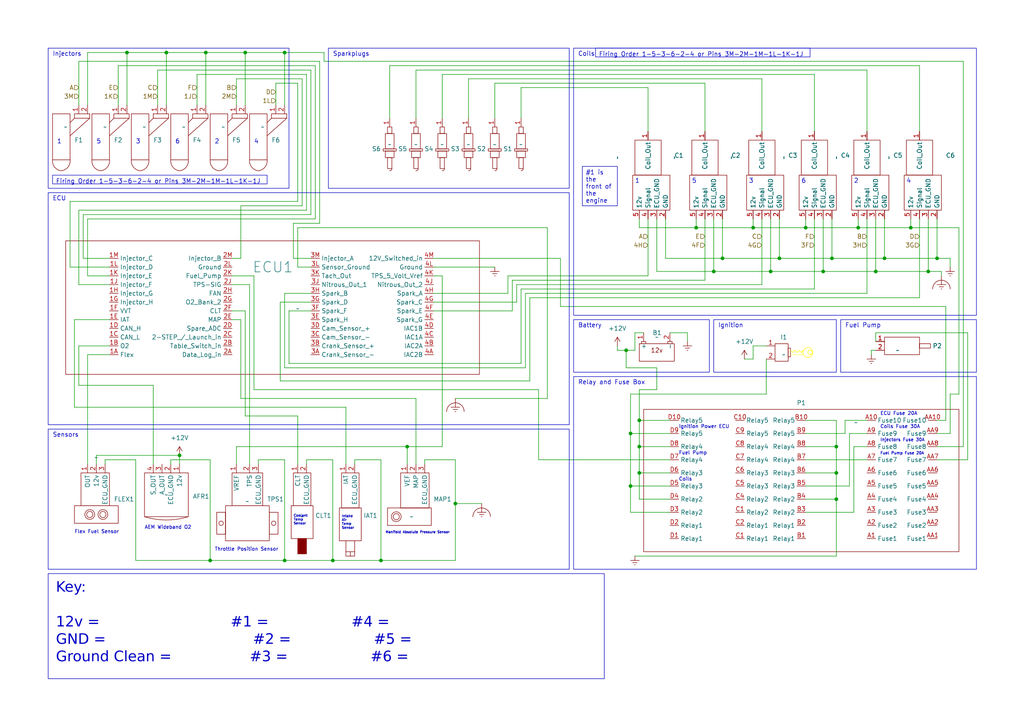
<source format=kicad_sch>
(kicad_sch (version 20230121) (generator eeschema)
  (paper "A4")
  (title_block (title "E28 MegaSquirt Wiring Diagram") (date "2024-09-28") (rev "v1"))
  (lib_symbols
    (symbol "Fuel_Injectors_1"
      (property "Reference" "FI" (at 0 7.62 0))
      (symbol "Fuel_Injectors_1_0_1"
        (arc (start -3.81 -9.525) (mid -3.1976 -11.6386) (end -1.27 -12.7))
        (rectangle (start -3.81 3.81) (end 1.27 -9.525))
        (arc (start -1.27 -12.7) (mid 0.6576 -11.6386) (end 1.27 -9.525))
        (polyline (pts (xy 6.985 2.54) (xy 1.27 -2.54)))
        (polyline (pts (xy 2.54 2.54) (xy 1.27 1.27) (xy 1.905 1.905)))
        (rectangle (start 2.54 3.81) (end 6.985 2.54))
      )
      (symbol "Fuel_Injectors_1_1_1"
        (pin output line (at 3.81 6.35 270) (length 2.54) (name "") (number "1"))
        (pin input line (at 6.35 6.35 270) (length 2.54) (name "") (number "2"))
      )
    )
    (symbol "Fuel_Injectors_2"
      (property "Reference" "FI" (at 0 7.62 0))
      (symbol "Fuel_Injectors_2_0_1"
        (arc (start -3.81 -9.525) (mid -3.1976 -11.6386) (end -1.27 -12.7))
        (rectangle (start -3.81 3.81) (end 1.27 -9.525))
        (arc (start -1.27 -12.7) (mid 0.6576 -11.6386) (end 1.27 -9.525))
        (polyline (pts (xy 6.985 2.54) (xy 1.27 -2.54)))
        (polyline (pts (xy 2.54 2.54) (xy 1.27 1.27) (xy 1.905 1.905)))
        (rectangle (start 2.54 3.81) (end 6.985 2.54))
      )
      (symbol "Fuel_Injectors_2_1_1"
        (pin output line (at 3.81 6.35 270) (length 2.54) (name "") (number "1"))
        (pin input line (at 6.35 6.35 270) (length 2.54) (name "") (number "2"))
      )
    )
    (symbol "Fuel_Injectors_3"
      (property "Reference" "FI" (at 0 7.62 0))
      (symbol "Fuel_Injectors_3_0_1"
        (arc (start -3.81 -9.525) (mid -3.1976 -11.6386) (end -1.27 -12.7))
        (rectangle (start -3.81 3.81) (end 1.27 -9.525))
        (arc (start -1.27 -12.7) (mid 0.6576 -11.6386) (end 1.27 -9.525))
        (polyline (pts (xy 6.985 2.54) (xy 1.27 -2.54)))
        (polyline (pts (xy 2.54 2.54) (xy 1.27 1.27) (xy 1.905 1.905)))
        (rectangle (start 2.54 3.81) (end 6.985 2.54))
      )
      (symbol "Fuel_Injectors_3_1_1"
        (pin output line (at 3.81 6.35 270) (length 2.54) (name "") (number "1"))
        (pin input line (at 6.35 6.35 270) (length 2.54) (name "") (number "2"))
      )
    )
    (symbol "Fuel_Injectors_4"
      (property "Reference" "FI" (at 0 7.62 0))
      (symbol "Fuel_Injectors_4_0_1"
        (arc (start -3.81 -9.525) (mid -3.1976 -11.6386) (end -1.27 -12.7))
        (rectangle (start -3.81 3.81) (end 1.27 -9.525))
        (arc (start -1.27 -12.7) (mid 0.6576 -11.6386) (end 1.27 -9.525))
        (polyline (pts (xy 6.985 2.54) (xy 1.27 -2.54)))
        (polyline (pts (xy 2.54 2.54) (xy 1.27 1.27) (xy 1.905 1.905)))
        (rectangle (start 2.54 3.81) (end 6.985 2.54))
      )
      (symbol "Fuel_Injectors_4_1_1"
        (pin output line (at 3.81 6.35 270) (length 2.54) (name "") (number "1"))
        (pin input line (at 6.35 6.35 270) (length 2.54) (name "") (number "2"))
      )
    )
    (symbol "Fuel_Injectors_5"
      (property "Reference" "FI" (at 0 7.62 0))
      (symbol "Fuel_Injectors_5_0_1"
        (arc (start -3.81 -9.525) (mid -3.1976 -11.6386) (end -1.27 -12.7))
        (rectangle (start -3.81 3.81) (end 1.27 -9.525))
        (arc (start -1.27 -12.7) (mid 0.6576 -11.6386) (end 1.27 -9.525))
        (polyline (pts (xy 6.985 2.54) (xy 1.27 -2.54)))
        (polyline (pts (xy 2.54 2.54) (xy 1.27 1.27) (xy 1.905 1.905)))
        (rectangle (start 2.54 3.81) (end 6.985 2.54))
      )
      (symbol "Fuel_Injectors_5_1_1"
        (pin output line (at 3.81 6.35 270) (length 2.54) (name "") (number "1"))
        (pin input line (at 6.35 6.35 270) (length 2.54) (name "") (number "2"))
      )
    )
    (symbol "LS_Coil_1"
      (property "Reference" "C" (at -4.445 -2.54 0))
      (symbol "LS_Coil_1_0_1"
        (rectangle (start -15.24 -4.445) (end -5.08 -15.24))
        (rectangle (start -5.08 -5.08) (end 5.08 -12.7))
      )
      (symbol "LS_Coil_1_1_1"
        (pin power_out line (at 7.62 -8.89 180) (length 2.54) (name "Coil_Out") (number "1"))
        (pin power_in line (at -17.78 -13.97 0) (length 2.54) (name "GND") (number "2"))
        (pin input line (at -17.78 -11.43 0) (length 2.54) (name "ECU_GND") (number "3"))
        (pin input line (at -17.78 -8.89 0) (length 2.54) (name "Signal") (number "4"))
        (pin power_in line (at -17.78 -6.35 0) (length 2.54) (name "12v") (number "5"))
      )
    )
    (symbol "LS_Coil_2"
      (property "Reference" "C" (at -4.445 -2.54 0))
      (symbol "LS_Coil_2_0_1"
        (rectangle (start -15.24 -4.445) (end -5.08 -15.24))
        (rectangle (start -5.08 -5.08) (end 5.08 -12.7))
      )
      (symbol "LS_Coil_2_1_1"
        (pin power_out line (at 7.62 -8.89 180) (length 2.54) (name "Coil_Out") (number "1"))
        (pin power_in line (at -17.78 -13.97 0) (length 2.54) (name "GND") (number "2"))
        (pin input line (at -17.78 -11.43 0) (length 2.54) (name "ECU_GND") (number "3"))
        (pin input line (at -17.78 -8.89 0) (length 2.54) (name "Signal") (number "4"))
        (pin power_in line (at -17.78 -6.35 0) (length 2.54) (name "12v") (number "5"))
      )
    )
    (symbol "LS_Coil_3"
      (property "Reference" "C" (at -4.445 -2.54 0))
      (symbol "LS_Coil_3_0_1"
        (rectangle (start -15.24 -4.445) (end -5.08 -15.24))
        (rectangle (start -5.08 -5.08) (end 5.08 -12.7))
      )
      (symbol "LS_Coil_3_1_1"
        (pin power_out line (at 7.62 -8.89 180) (length 2.54) (name "Coil_Out") (number "1"))
        (pin power_in line (at -17.78 -13.97 0) (length 2.54) (name "GND") (number "2"))
        (pin input line (at -17.78 -11.43 0) (length 2.54) (name "ECU_GND") (number "3"))
        (pin input line (at -17.78 -8.89 0) (length 2.54) (name "Signal") (number "4"))
        (pin power_in line (at -17.78 -6.35 0) (length 2.54) (name "12v") (number "5"))
      )
    )
    (symbol "LS_Coil_4"
      (property "Reference" "C" (at -4.445 -2.54 0))
      (symbol "LS_Coil_4_0_1"
        (rectangle (start -15.24 -4.445) (end -5.08 -15.24))
        (rectangle (start -5.08 -5.08) (end 5.08 -12.7))
      )
      (symbol "LS_Coil_4_1_1"
        (pin power_out line (at 7.62 -8.89 180) (length 2.54) (name "Coil_Out") (number "1"))
        (pin power_in line (at -17.78 -13.97 0) (length 2.54) (name "GND") (number "2"))
        (pin input line (at -17.78 -11.43 0) (length 2.54) (name "ECU_GND") (number "3"))
        (pin input line (at -17.78 -8.89 0) (length 2.54) (name "Signal") (number "4"))
        (pin power_in line (at -17.78 -6.35 0) (length 2.54) (name "12v") (number "5"))
      )
    )
    (symbol "LS_Coil_5"
      (property "Reference" "C" (at -4.445 -2.54 0))
      (symbol "LS_Coil_5_0_1"
        (rectangle (start -15.24 -4.445) (end -5.08 -15.24))
        (rectangle (start -5.08 -5.08) (end 5.08 -12.7))
      )
      (symbol "LS_Coil_5_1_1"
        (pin power_out line (at 7.62 -8.89 180) (length 2.54) (name "Coil_Out") (number "1"))
        (pin power_in line (at -17.78 -13.97 0) (length 2.54) (name "GND") (number "2"))
        (pin input line (at -17.78 -11.43 0) (length 2.54) (name "ECU_GND") (number "3"))
        (pin input line (at -17.78 -8.89 0) (length 2.54) (name "Signal") (number "4"))
        (pin power_in line (at -17.78 -6.35 0) (length 2.54) (name "12v") (number "5"))
      )
    )
    (symbol "e28-Symbols:CLT_Sensor"
      (property "Reference" "CLT" (at 5.08 0.635 0))
      (symbol "CLT_Sensor_0_1"
        (rectangle (start -3.175 3.175) (end 3.175 -6.35))
        (rectangle (start -2.54 12.7) (end 2.54 3.175))
      )
      (symbol "CLT_Sensor_1_1"
        (rectangle (start -1.27 -6.35) (end 1.27 -10.795) (fill (type outline)))
        (pin input line (at -1.27 15.24 270) (length 2.54) (name "CLT") (number "1"))
        (pin output line (at 1.27 15.24 270) (length 2.54) (name "ECU_GND") (number "2"))
      )
    )
    (symbol "e28-Symbols:Car_Battery"
      (property "Reference" "B" (at 0 -0.635 0))
      (symbol "Car_Battery_0_1"
        (rectangle (start -5.08 -1.905) (end 5.08 -6.985))
        (rectangle (start -4.445 -1.27) (end -3.175 -1.905))
        (rectangle (start 3.175 -1.27) (end 4.445 -1.905))
      )
      (symbol "Car_Battery_1_1"
        (text "12v" (at 0 -3.81 0) (effects (font (size 1.27 1.27))))
        (pin power_out line (at -3.81 1.27 270) (length 2.54) (name "+") (number "1"))
        (pin power_out line (at 3.81 1.27 270) (length 2.54) (name "-") (number "2"))
      )
    )
    (symbol "e28-Symbols:Eaton's_Bussmann_Mini_Fuse_and_Relay_Panel"
      (property "Reference" "P" (at 0 20.32 0))
      (symbol "Eaton's_Bussmann_Mini_Fuse_and_Relay_Panel_0_1"
        (rectangle (start -44.45 19.05) (end 46.99 -22.225))
      )
      (symbol "Eaton's_Bussmann_Mini_Fuse_and_Relay_Panel_1_1"
        (pin output line (at -17.78 15.24 180) (length 2.54) (name "Fuse1") (number "A1"))
        (pin output line (at -17.78 -19.05 180) (length 2.54) (name "Fuse10") (number "A10"))
        (pin output line (at -17.78 11.43 180) (length 2.54) (name "Fuse2") (number "A2"))
        (pin output line (at -17.78 7.62 180) (length 2.54) (name "Fuse3") (number "A3"))
        (pin output line (at -17.78 3.81 180) (length 2.54) (name "Fuse4") (number "A4"))
        (pin output line (at -17.78 0 180) (length 2.54) (name "Fuse5") (number "A5"))
        (pin output line (at -17.78 -3.81 180) (length 2.54) (name "Fuse6") (number "A6"))
        (pin output line (at -17.78 -7.62 180) (length 2.54) (name "Fuse7") (number "A7"))
        (pin output line (at -17.78 -11.43 180) (length 2.54) (name "Fuse8") (number "A8"))
        (pin output line (at -17.78 -15.24 180) (length 2.54) (name "Fuse9") (number "A9"))
        (pin input line (at -38.1 15.24 0) (length 2.54) (name "Fuse1") (number "AA1"))
        (pin input line (at -38.1 -19.05 0) (length 2.54) (name "Fuse10") (number "AA10"))
        (pin input line (at -38.1 11.43 0) (length 2.54) (name "Fuse2") (number "AA2"))
        (pin input line (at -38.1 7.62 0) (length 2.54) (name "Fuse3") (number "AA3"))
        (pin input line (at -38.1 3.81 0) (length 2.54) (name "Fuse4") (number "AA4"))
        (pin input line (at -38.1 0 0) (length 2.54) (name "Fuse5") (number "AA5"))
        (pin input line (at -38.1 -3.81 0) (length 2.54) (name "Fuse6") (number "AA6"))
        (pin input line (at -38.1 -7.62 0) (length 2.54) (name "Fuse7") (number "AA7"))
        (pin input line (at -38.1 -11.43 0) (length 2.54) (name "Fuse8") (number "AA8"))
        (pin input line (at -38.1 -15.24 0) (length 2.54) (name "Fuse9") (number "AA9"))
        (pin input line (at 0 15.24 0) (length 2.54) (name "Relay1") (number "B1"))
        (pin input line (at 0 -19.05 0) (length 2.54) (name "Relay5") (number "B10"))
        (pin input line (at 0 11.43 0) (length 2.54) (name "Relay1") (number "B2"))
        (pin input line (at 0 7.62 0) (length 2.54) (name "Relay2") (number "B3"))
        (pin input line (at 0 3.81 0) (length 2.54) (name "Relay2") (number "B4"))
        (pin input line (at 0 0 0) (length 2.54) (name "Relay3") (number "B5"))
        (pin input line (at 0 -3.81 0) (length 2.54) (name "Relay3") (number "B6"))
        (pin input line (at 0 -7.62 0) (length 2.54) (name "Relay4") (number "B7"))
        (pin input line (at 0 -11.43 0) (length 2.54) (name "Relay4") (number "B8"))
        (pin input line (at 0 -15.24 0) (length 2.54) (name "Relay5") (number "B9"))
        (pin output line (at 20.32 15.24 180) (length 2.54) (name "Relay1") (number "C1"))
        (pin output line (at 20.32 7.62 180) (length 2.54) (name "Relay2") (number "C1"))
        (pin output line (at 20.32 -19.05 180) (length 2.54) (name "Relay5") (number "C10"))
        (pin output line (at 20.32 11.43 180) (length 2.54) (name "Relay1") (number "C2"))
        (pin output line (at 20.32 3.81 180) (length 2.54) (name "Relay2") (number "C4"))
        (pin output line (at 20.32 0 180) (length 2.54) (name "Relay3") (number "C5"))
        (pin output line (at 20.32 -3.81 180) (length 2.54) (name "Relay3") (number "C6"))
        (pin output line (at 20.32 -7.62 180) (length 2.54) (name "Relay4") (number "C7"))
        (pin output line (at 20.32 -11.43 180) (length 2.54) (name "Relay4") (number "C8"))
        (pin output line (at 20.32 -15.24 180) (length 2.54) (name "Relay5") (number "C9"))
        (pin output line (at 39.37 15.24 180) (length 2.54) (name "Relay1") (number "D1"))
        (pin output line (at 39.37 -19.05 180) (length 2.54) (name "Relay5") (number "D10"))
        (pin output line (at 39.37 11.43 180) (length 2.54) (name "Relay1") (number "D2"))
        (pin output line (at 39.37 7.62 180) (length 2.54) (name "Relay2") (number "D3"))
        (pin output line (at 39.37 3.81 180) (length 2.54) (name "Relay2") (number "D4"))
        (pin output line (at 39.37 0 180) (length 2.54) (name "Relay3") (number "D5"))
        (pin output line (at 39.37 -3.81 180) (length 2.54) (name "Relay3") (number "D6"))
        (pin output line (at 39.37 -7.62 180) (length 2.54) (name "Relay4") (number "D7"))
        (pin output line (at 39.37 -11.43 180) (length 2.54) (name "Relay4") (number "D8"))
        (pin output line (at 39.37 -15.24 180) (length 2.54) (name "Relay5") (number "D9"))
      )
    )
    (symbol "e28-Symbols:Flex_Fuel_Sensor"
      (property "Reference" "FLEX" (at -9.525 -16.51 0))
      (symbol "Flex_Fuel_Sensor_0_1"
        (rectangle (start -6.35 -13.97) (end 6.35 -19.05))
        (rectangle (start -4.445 -4.445) (end 3.81 -13.97))
        (circle (center -1.905 -16.51) (radius 0.898))
        (circle (center -1.905 -16.51) (radius 1.4199))
        (circle (center 1.905 -16.51) (radius 0.898))
        (circle (center 1.905 -16.51) (radius 1.4199))
      )
      (symbol "Flex_Fuel_Sensor_1_1"
        (pin output line (at -2.54 -1.905 270) (length 2.54) (name "OUT") (number "1"))
        (pin input line (at 0 -1.905 270) (length 2.54) (name "12v") (number "2"))
        (pin input line (at 2.54 -1.905 270) (length 2.54) (name "ECU_GND") (number "3"))
      )
    )
    (symbol "e28-Symbols:Fuel_Injectors"
      (property "Reference" "FI" (at 0 7.62 0))
      (symbol "Fuel_Injectors_0_1"
        (arc (start -3.81 -9.525) (mid -3.1976 -11.6386) (end -1.27 -12.7))
        (rectangle (start -3.81 3.81) (end 1.27 -9.525))
        (arc (start -1.27 -12.7) (mid 0.6576 -11.6386) (end 1.27 -9.525))
        (polyline (pts (xy 6.985 2.54) (xy 1.27 -2.54)))
        (polyline (pts (xy 2.54 2.54) (xy 1.27 1.27) (xy 1.905 1.905)))
        (rectangle (start 2.54 3.81) (end 6.985 2.54))
      )
      (symbol "Fuel_Injectors_1_1"
        (pin output line (at 3.81 6.35 270) (length 2.54) (name "") (number "1"))
        (pin input line (at 6.35 6.35 270) (length 2.54) (name "") (number "2"))
      )
    )
    (symbol "e28-Symbols:Fuel_Pump"
      (property "Reference" "P" (at 0 2.54 0))
      (symbol "Fuel_Pump_0_1"
        (rectangle (start -9.525 -0.635) (end -6.35 -1.905))
        (rectangle (start -6.35 1.27) (end 3.81 -3.81))
      )
      (symbol "Fuel_Pump_1_1"
        (pin input line (at 6.35 -2.54 180) (length 2.54) (name "") (number "1"))
        (pin output line (at 6.35 0 180) (length 2.54) (name "") (number "2"))
      )
    )
    (symbol "e28-Symbols:IAT_Sensor"
      (property "Reference" "IAT" (at 5.08 -9.525 0))
      (symbol "IAT_Sensor_0_1"
        (rectangle (start -3.175 -5.08) (end 3.175 -14.605))
        (rectangle (start -2.54 5.08) (end 2.54 -5.08))
        (rectangle (start -1.27 -14.605) (end 1.27 -19.05))
        (polyline (pts (xy 0 -19.05) (xy 0 -17.78)))
        (polyline (pts (xy -1.27 -17.78) (xy 1.27 -17.78) (xy 1.27 -17.78)))
      )
      (symbol "IAT_Sensor_1_1"
        (pin input line (at -1.27 7.62 270) (length 2.54) (name "IAT") (number "1"))
        (pin output line (at 1.27 7.62 270) (length 2.54) (name "ECU_GND") (number "2"))
      )
    )
    (symbol "e28-Symbols:Ignition"
      (property "Reference" "I" (at 0 3.175 0))
      (symbol "Ignition_0_1"
        (rectangle (start -3.175 -0.635) (end -3.175 -0.635))
        (rectangle (start -1.905 0.635) (end -1.27 -1.905))
        (rectangle (start -1.27 1.905) (end 2.54 -3.175))
      )
      (symbol "Ignition_1_1"
        (circle (center -7.62 -0.635) (radius 0.635) (stroke (width 0) (color 255 255 0 1)))
        (circle (center -6.985 -0.635) (radius 1.4199) (stroke (width 0) (color 255 244 0 1)))
        (rectangle (start -5.715 0) (end -1.905 0) (stroke (width 0.1) (color 255 255 0 1)))
        (polyline (pts (xy -1.905 -1.27) (xy -2.54 -0.635) (xy -3.175 -1.27) (xy -3.81 -0.635) (xy -4.445 -1.27) (xy -5.08 -0.635) (xy -5.715 -1.27)) (stroke (width 0) (color 255 255 0 1)))
        (pin input line (at 5.08 -2.54 180) (length 2.54) (name "") (number "1"))
        (pin output line (at 5.08 1.27 180) (length 2.54) (name "") (number "2"))
      )
    )
    (symbol "e28-Symbols:LS_Coil"
      (property "Reference" "C" (at -4.445 -2.54 0))
      (symbol "LS_Coil_0_1"
        (rectangle (start -15.24 -4.445) (end -5.08 -15.24))
        (rectangle (start -5.08 -5.08) (end 5.08 -12.7))
      )
      (symbol "LS_Coil_1_1"
        (pin power_out line (at 7.62 -8.89 180) (length 2.54) (name "Coil_Out") (number "1"))
        (pin power_in line (at -17.78 -13.97 0) (length 2.54) (name "GND") (number "2"))
        (pin input line (at -17.78 -11.43 0) (length 2.54) (name "ECU_GND") (number "3"))
        (pin input line (at -17.78 -8.89 0) (length 2.54) (name "Signal") (number "4"))
        (pin power_in line (at -17.78 -6.35 0) (length 2.54) (name "12v") (number "5"))
      )
    )
    (symbol "e28-Symbols:MAP_Sensor"
      (property "Reference" "MAP" (at -9.525 0 0))
      (symbol "MAP_Sensor_0_1"
        (rectangle (start -6.985 2.54) (end 5.715 -2.54))
        (circle (center -4.445 0) (radius 0.898))
        (circle (center -4.445 0) (radius 1.4199))
        (rectangle (start -3.175 12.7) (end 5.08 2.54))
      )
      (symbol "MAP_Sensor_1_1"
        (pin input line (at -1.27 15.24 270) (length 2.54) (name "VEF") (number "1"))
        (pin output line (at 1.27 15.24 270) (length 2.54) (name "MAP") (number "2"))
        (pin input line (at 3.81 15.24 270) (length 2.54) (name "ECU_GND") (number "3"))
      )
    )
    (symbol "e28-Symbols:MegaSquirt_ECU"
      (property "Reference" "ECU" (at 0 -24.13 0))
      (property "Value" "MegaSquirt_ECU" (at 0 21.59 0))
      (symbol "MegaSquirt_ECU_0_1"
        (rectangle (start -60.325 19.05) (end 59.69 -19.685))
      )
      (symbol "MegaSquirt_ECU_1_1"
        (pin input line (at -47.625 -13.97 0) (length 2.54) (name "Flex") (number "1A"))
        (pin input line (at -47.625 -11.43 0) (length 2.54) (name "O2") (number "1B"))
        (pin bidirectional line (at -47.625 -8.89 0) (length 2.54) (name "CAN_L") (number "1C"))
        (pin bidirectional line (at -47.625 -6.35 0) (length 2.54) (name "CAN_H") (number "1D"))
        (pin input line (at -47.625 -3.81 0) (length 2.54) (name "IAT") (number "1E"))
        (pin output line (at -47.625 -1.27 0) (length 2.54) (name "VVT") (number "1F"))
        (pin output line (at -47.625 1.27 0) (length 2.54) (name "Injector_H") (number "1G"))
        (pin output line (at -47.625 3.81 0) (length 2.54) (name "Injector_G") (number "1H"))
        (pin output line (at -47.625 6.35 0) (length 2.54) (name "Injector_F") (number "1J"))
        (pin output line (at -47.625 8.89 0) (length 2.54) (name "Injector_E") (number "1K"))
        (pin output line (at -47.625 11.43 0) (length 2.54) (name "Injector_D") (number "1L"))
        (pin output line (at -47.625 13.97 0) (length 2.54) (name "Injector_C") (number "1M"))
        (pin input line (at -12.065 -13.97 180) (length 2.54) (name "Data_Log_in") (number "2A"))
        (pin input line (at -12.065 -11.43 180) (length 2.54) (name "Table_Switch_in") (number "2B"))
        (pin input line (at -12.065 -8.89 180) (length 2.54) (name "2-STEP_/_Launch_in") (number "2C"))
        (pin input line (at -12.065 -6.35 180) (length 2.54) (name "Spare_ADC") (number "2D"))
        (pin input line (at -12.065 -3.81 180) (length 2.54) (name "MAP") (number "2E"))
        (pin input line (at -12.065 -1.27 180) (length 2.54) (name "CLT") (number "2F"))
        (pin input line (at -12.065 1.27 180) (length 2.54) (name "O2_Bank_2") (number "2G"))
        (pin output line (at -12.065 3.81 180) (length 2.54) (name "FAN") (number "2H"))
        (pin input line (at -12.065 6.35 180) (length 2.54) (name "TPS-SIG") (number "2J"))
        (pin output line (at -12.065 8.89 180) (length 2.54) (name "Fuel_Pump") (number "2K"))
        (pin power_in line (at -12.065 11.43 180) (length 2.54) (name "Ground") (number "2L"))
        (pin output line (at -12.065 13.97 180) (length 2.54) (name "Injector_B") (number "2M"))
        (pin input line (at 10.795 -13.97 0) (length 2.54) (name "Crank_Sensor_-") (number "3A"))
        (pin input line (at 10.795 -11.43 0) (length 2.54) (name "Crank_Sensor_+") (number "3B"))
        (pin input line (at 10.795 -8.89 0) (length 2.54) (name "Cam_Sensor_-") (number "3C"))
        (pin input line (at 10.795 -6.35 0) (length 2.54) (name "Cam_Sensor_+") (number "3D"))
        (pin output line (at 10.795 -3.81 0) (length 2.54) (name "Spark_H") (number "3E"))
        (pin output line (at 10.795 -1.27 0) (length 2.54) (name "Spark_F") (number "3F"))
        (pin output line (at 10.795 1.27 0) (length 2.54) (name "Spark_D") (number "3G"))
        (pin output line (at 10.795 3.81 0) (length 2.54) (name "Spark_B") (number "3H"))
        (pin output line (at 10.795 6.35 0) (length 2.54) (name "Nitrous_Out_1") (number "3J"))
        (pin output line (at 10.795 8.89 0) (length 2.54) (name "Tach_Out") (number "3K"))
        (pin power_in line (at 10.795 11.43 0) (length 2.54) (name "Sensor_Ground") (number "3L"))
        (pin output line (at 10.795 13.97 0) (length 2.54) (name "Injector_A") (number "3M"))
        (pin output line (at 46.355 -13.97 180) (length 2.54) (name "IAC2B") (number "4A"))
        (pin output line (at 46.355 -11.43 180) (length 2.54) (name "IAC2A") (number "4B"))
        (pin output line (at 46.355 -8.89 180) (length 2.54) (name "IAC1A") (number "4C"))
        (pin output line (at 46.355 -6.35 180) (length 2.54) (name "IAC1B") (number "4D"))
        (pin output line (at 46.355 -3.81 180) (length 2.54) (name "Spark_G") (number "4E"))
        (pin output line (at 46.355 -1.27 180) (length 2.54) (name "Spark_E") (number "4F"))
        (pin output line (at 46.355 1.27 180) (length 2.54) (name "Spark_C") (number "4G"))
        (pin output line (at 46.355 3.81 180) (length 2.54) (name "Spark_A") (number "4H"))
        (pin output line (at 46.355 6.35 180) (length 2.54) (name "Nitrous_Out_2") (number "4J"))
        (pin power_in line (at 46.355 8.89 180) (length 2.54) (name "TPS_5_Volt_Vref") (number "4K"))
        (pin power_in line (at 46.355 11.43 180) (length 2.54) (name "Ground") (number "4L"))
        (pin power_in line (at 46.355 13.97 180) (length 2.54) (name "12V_Switched_in") (number "4M"))
      )
    )
    (symbol "e28-Symbols:Spark_Plug"
      (property "Reference" "S" (at -3.175 0 0))
      (symbol "Spark_Plug_0_1"
        (rectangle (start -1.905 -1.27) (end 1.905 -1.905))
        (rectangle (start -1.27 -1.905) (end 1.27 -3.81))
        (rectangle (start -1.27 3.175) (end 1.27 -1.27))
        (arc (start -0.635 -6.985) (mid -0.449 -7.434) (end 0 -7.62))
        (rectangle (start -0.635 -3.81) (end 0.635 -6.985))
        (rectangle (start -0.635 5.08) (end 0.635 3.175))
      )
      (symbol "Spark_Plug_1_1"
        (pin power_in line (at 0 7.62 270) (length 2.54) (name "") (number "1"))
      )
    )
    (symbol "e28-Symbols:TPS"
      (property "Reference" "TPS" (at -12.065 -9.525 0))
      (symbol "TPS_0_1"
        (rectangle (start -8.89 -6.35) (end -6.35 -12.7))
        (circle (center -7.62 -9.525) (radius 0.635))
        (rectangle (start -6.35 -4.445) (end 6.35 -14.605))
        (rectangle (start -4.445 5.08) (end 4.445 -4.445))
        (rectangle (start 6.35 -6.35) (end 8.89 -12.7))
        (circle (center 7.62 -9.525) (radius 0.635))
      )
      (symbol "TPS_1_1"
        (pin output line (at -3.175 7.62 270) (length 2.54) (name "VREF") (number "1"))
        (pin output line (at 0.635 7.62 270) (length 2.54) (name "TPS") (number "2"))
        (pin output line (at 3.175 7.62 270) (length 2.54) (name "ECU_GND") (number "3"))
      )
    )
    (symbol "e28-Symbols:Wide_Band_O2_"
      (property "Reference" "AFR" (at 8.89 0 0))
      (symbol "Wide_Band_O2__0_1"
        (rectangle (start -6.35 6.35) (end 6.35 -6.35))
        (arc (start 6.35 6.35) (mid 0 7.3017) (end -6.35 6.35))
      )
      (symbol "Wide_Band_O2__1_1"
        (pin input line (at -3.81 -8.89 90) (length 2.54) (name "12v") (number "1"))
        (pin input line (at -1.27 -8.89 90) (length 2.54) (name "ECU_GND") (number "2"))
        (pin output line (at 1.27 -8.89 90) (length 2.54) (name "A_OUT") (number "3"))
        (pin output line (at 3.81 -8.89 90) (length 2.54) (name "S_OUT") (number "4"))
      )
    )
    (symbol "power:+12V" (power) (pin_names (offset 0))
      (property "Value" "+12V" (at 0 3.556 0))
      (symbol "+12V_0_1"
        (polyline (pts (xy -0.762 1.27) (xy 0 2.54)))
        (polyline (pts (xy 0 0) (xy 0 2.54)))
        (polyline (pts (xy 0 2.54) (xy 0.762 1.27)))
      )
      (symbol "+12V_1_1"
        (pin power_in line (at 0 0 90) (length 0) hide (name "+12V") (number "1"))
      )
    )
    (symbol "power:Earth" (power) (pin_names (offset 0))
      (symbol "Earth_0_1"
        (polyline (pts (xy -0.635 -1.905) (xy 0.635 -1.905)))
        (polyline (pts (xy -0.127 -2.54) (xy 0.127 -2.54)))
        (polyline (pts (xy 0 -1.27) (xy 0 0)))
        (polyline (pts (xy 1.27 -1.27) (xy -1.27 -1.27)))
      )
      (symbol "Earth_1_1"
        (pin power_in line (at 0 0 270) (length 0) hide (name "Earth") (number "1"))
      )
    )
    (symbol "power:Earth_Clean" (power) (pin_names (offset 0))
      (symbol "Earth_Clean_0_1"
        (polyline (pts (xy -0.635 -3.175) (xy 0.635 -3.175)))
        (polyline (pts (xy -0.127 -3.81) (xy 0.127 -3.81)))
        (polyline (pts (xy 0 -2.54) (xy 0 0)))
        (polyline (pts (xy 1.27 -2.54) (xy -1.27 -2.54)))
        (arc (start 2.54 -3.81) (mid 0 -1.281) (end -2.54 -3.81))
      )
      (symbol "Earth_Clean_1_1"
        (pin power_in line (at 0 0 270) (length 0) hide (name "Earth_Clean") (number "1"))
      )
    )
  )
  (junction (at 82.55 162.56))
  (junction (at 223.52 78.74))
  (junction (at 110.49 162.56))
  (junction (at 82.55 15.24))
  (junction (at 264.16 66.04))
  (junction (at 181.61 101.6))
  (junction (at 132.08 146.05))
  (junction (at 182.88 125.73))
  (junction (at 242.57 144.78))
  (junction (at 185.42 121.92))
  (junction (at 242.57 129.54))
  (junction (at 201.93 66.04))
  (junction (at 241.3 74.93))
  (junction (at 52.07 132.08))
  (junction (at 256.54 74.93))
  (junction (at 238.76 78.74))
  (junction (at 48.26 15.24))
  (junction (at 118.11 129.54))
  (junction (at 248.92 66.04))
  (junction (at 218.44 66.04))
  (junction (at 254 78.74))
  (junction (at 182.88 140.97))
  (junction (at 71.12 15.24))
  (junction (at 226.06 74.93))
  (junction (at 96.52 162.56))
  (junction (at 36.83 15.24))
  (junction (at 233.68 66.04))
  (junction (at 60.96 162.56))
  (junction (at 242.57 137.16))
  (junction (at 185.42 129.54))
  (junction (at 59.69 15.24))
  (junction (at 209.55 74.93))
  (junction (at 271.78 74.93))
  (junction (at 185.42 137.16))
  (junction (at 207.01 78.74))
  (junction (at 269.24 78.74))
  (wire (pts (xy 266.7 63.5) (xy 266.7 86.36)))
  (wire (pts (xy 194.31 140.97) (xy 182.88 140.97)))
  (wire (pts (xy 275.59 125.73) (xy 271.78 125.73)))
  (wire (pts (xy 132.08 115.57) (xy 158.75 115.57)))
  (wire (pts (xy 59.69 15.24) (xy 71.12 15.24)))
  (wire (pts (xy 151.13 25.4) (xy 151.13 34.29)))
  (wire (pts (xy 238.76 78.74) (xy 254 78.74)))
  (wire (pts (xy 251.46 20.32) (xy 251.46 38.1)))
  (wire (pts (xy 241.3 63.5) (xy 241.3 74.93)))
  (wire (pts (xy 199.39 96.52) (xy 199.39 99.06)))
  (wire (pts (xy 39.37 133.35) (xy 39.37 162.56)))
  (wire (pts (xy 67.31 74.93) (xy 69.85 74.93)))
  (wire (pts (xy 236.22 21.59) (xy 236.22 38.1)))
  (wire (pts (xy 86.36 58.42) (xy 86.36 24.13)))
  (wire (pts (xy 143.51 24.13) (xy 143.51 34.29)))
  (wire (pts (xy 36.83 15.24) (xy 36.83 30.48)))
  (wire (pts (xy 82.55 15.24) (xy 93.98 15.24)))
  (wire (pts (xy 92.71 17.78) (xy 92.71 64.77)))
  (wire (pts (xy 128.27 80.01) (xy 128.27 129.54)))
  (wire (pts (xy 22.86 60.96) (xy 22.86 82.55)))
  (wire (pts (xy 71.12 90.17) (xy 71.12 120.65)))
  (wire (pts (xy 194.31 148.59) (xy 182.88 148.59)))
  (wire (pts (xy 91.44 19.05) (xy 91.44 63.5)))
  (wire (pts (xy 187.96 25.4) (xy 187.96 38.1)))
  (wire (pts (xy 233.68 144.78) (xy 242.57 144.78)))
  (wire (pts (xy 233.68 121.92) (xy 242.57 121.92)))
  (wire (pts (xy 238.76 63.5) (xy 238.76 78.74)))
  (wire (pts (xy 233.68 63.5) (xy 233.68 66.04)))
  (wire (pts (xy 118.11 129.54) (xy 118.11 134.62)))
  (wire (pts (xy 241.3 74.93) (xy 256.54 74.93)))
  (wire (pts (xy 22.86 60.96) (xy 88.9 60.96)))
  (wire (pts (xy 182.88 140.97) (xy 182.88 125.73)))
  (wire (pts (xy 233.68 66.04) (xy 248.92 66.04)))
  (wire (pts (xy 201.93 63.5) (xy 201.93 66.04)))
  (wire (pts (xy 120.65 20.32) (xy 251.46 20.32)))
  (wire (pts (xy 24.13 74.93) (xy 24.13 62.23)))
  (wire (pts (xy 71.12 15.24) (xy 71.12 30.48)))
  (wire (pts (xy 233.68 125.73) (xy 245.11 125.73)))
  (wire (pts (xy 25.4 80.01) (xy 31.75 80.01)))
  (wire (pts (xy 82.55 162.56) (xy 96.52 162.56)))
  (wire (pts (xy 194.31 96.52) (xy 199.39 96.52)))
  (wire (pts (xy 274.32 88.9) (xy 274.32 121.92)))
  (wire (pts (xy 222.25 104.14) (xy 222.25 114.3)))
  (wire (pts (xy 242.57 121.92) (xy 242.57 129.54)))
  (wire (pts (xy 88.9 134.62) (xy 88.9 133.35)))
  (wire (pts (xy 48.26 15.24) (xy 59.69 15.24)))
  (wire (pts (xy 194.31 121.92) (xy 185.42 121.92)))
  (wire (pts (xy 254 101.6) (xy 252.73 101.6)))
  (wire (pts (xy 135.89 34.29) (xy 135.89 22.86)))
  (wire (pts (xy 125.73 90.17) (xy 148.59 90.17)))
  (wire (pts (xy 269.24 63.5) (xy 269.24 78.74)))
  (wire (pts (xy 245.11 121.92) (xy 251.46 121.92)))
  (wire (pts (xy 21.59 92.71) (xy 31.75 92.71)))
  (wire (pts (xy 96.52 133.35) (xy 96.52 162.56)))
  (wire (pts (xy 34.29 19.05) (xy 91.44 19.05)))
  (wire (pts (xy 247.65 148.59) (xy 247.65 129.54)))
  (wire (pts (xy 120.65 20.32) (xy 120.65 34.29)))
  (wire (pts (xy 218.44 104.14) (xy 215.9 104.14)))
  (wire (pts (xy 185.42 121.92) (xy 185.42 113.03)))
  (wire (pts (xy 179.07 101.6) (xy 181.61 101.6)))
  (wire (pts (xy 30.48 133.35) (xy 30.48 134.62)))
  (wire (pts (xy 120.65 115.57) (xy 120.65 134.62)))
  (wire (pts (xy 280.67 133.35) (xy 271.78 133.35)))
  (wire (pts (xy 25.4 102.87) (xy 25.4 134.62)))
  (wire (pts (xy 83.82 90.17) (xy 90.17 90.17)))
  (wire (pts (xy 233.68 148.59) (xy 247.65 148.59)))
  (wire (pts (xy 81.28 87.63) (xy 90.17 87.63)))
  (wire (pts (xy 82.55 133.35) (xy 82.55 162.56)))
  (wire (pts (xy 204.47 63.5) (xy 204.47 81.28)))
  (wire (pts (xy 123.19 134.62) (xy 123.19 133.35)))
  (wire (pts (xy 45.72 20.32) (xy 90.17 20.32)))
  (wire (pts (xy 209.55 74.93) (xy 226.06 74.93)))
  (wire (pts (xy 123.19 133.35) (xy 132.08 133.35)))
  (wire (pts (xy 86.36 120.65) (xy 71.12 120.65)))
  (wire (pts (xy 218.44 100.33) (xy 218.44 104.14)))
  (wire (pts (xy 274.32 121.92) (xy 271.78 121.92)))
  (wire (pts (xy 48.26 15.24) (xy 48.26 30.48)))
  (wire (pts (xy 113.03 34.29) (xy 113.03 19.05)))
  (wire (pts (xy 220.98 22.86) (xy 220.98 38.1)))
  (wire (pts (xy 69.85 92.71) (xy 69.85 115.57)))
  (wire (pts (xy 125.73 74.93) (xy 162.56 74.93)))
  (wire (pts (xy 162.56 74.93) (xy 162.56 88.9)))
  (wire (pts (xy 184.15 96.52) (xy 184.15 101.6)))
  (wire (pts (xy 182.88 114.3) (xy 222.25 114.3)))
  (wire (pts (xy 187.96 80.01) (xy 147.32 80.01)))
  (wire (pts (xy 73.66 80.01) (xy 73.66 113.03)))
  (wire (pts (xy 86.36 77.47) (xy 86.36 66.04)))
  (wire (pts (xy 251.46 85.09) (xy 152.4 85.09)))
  (wire (pts (xy 223.52 63.5) (xy 223.52 78.74)))
  (wire (pts (xy 193.04 74.93) (xy 209.55 74.93)))
  (wire (pts (xy 52.07 132.08) (xy 27.94 132.08)))
  (wire (pts (xy 73.66 113.03) (xy 156.21 113.03)))
  (wire (pts (xy 278.13 66.04) (xy 278.13 114.3)))
  (wire (pts (xy 147.32 80.01) (xy 147.32 85.09)))
  (wire (pts (xy 44.45 111.76) (xy 22.86 111.76)))
  (wire (pts (xy 246.38 140.97) (xy 246.38 125.73)))
  (wire (pts (xy 233.68 129.54) (xy 242.57 129.54)))
  (wire (pts (xy 132.08 133.35) (xy 132.08 146.05)))
  (wire (pts (xy 266.7 19.05) (xy 266.7 38.1)))
  (wire (pts (xy 275.59 114.3) (xy 275.59 125.73)))
  (wire (pts (xy 247.65 129.54) (xy 251.46 129.54)))
  (wire (pts (xy 254 63.5) (xy 254 78.74)))
  (wire (pts (xy 182.88 125.73) (xy 182.88 114.3)))
  (wire (pts (xy 254 99.06) (xy 254 96.52)))
  (wire (pts (xy 86.36 120.65) (xy 86.36 134.62)))
  (wire (pts (xy 86.36 24.13) (xy 80.01 24.13)))
  (wire (pts (xy 44.45 111.76) (xy 44.45 134.62)))
  (wire (pts (xy 132.08 146.05) (xy 132.08 162.56)))
  (wire (pts (xy 187.96 63.5) (xy 187.96 80.01)))
  (wire (pts (xy 96.52 162.56) (xy 110.49 162.56)))
  (wire (pts (xy 81.28 87.63) (xy 81.28 110.49)))
  (wire (pts (xy 20.32 77.47) (xy 31.75 77.47)))
  (wire (pts (xy 25.4 15.24) (xy 36.83 15.24)))
  (wire (pts (xy 92.71 64.77) (xy 85.09 64.77)))
  (wire (pts (xy 218.44 63.5) (xy 218.44 66.04)))
  (wire (pts (xy 226.06 63.5) (xy 226.06 74.93)))
  (wire (pts (xy 194.31 144.78) (xy 185.42 144.78)))
  (wire (pts (xy 194.31 137.16) (xy 185.42 137.16)))
  (wire (pts (xy 82.55 106.68) (xy 82.55 85.09)))
  (wire (pts (xy 110.49 162.56) (xy 132.08 162.56)))
  (wire (pts (xy 158.75 66.04) (xy 158.75 115.57)))
  (wire (pts (xy 25.4 15.24) (xy 25.4 30.48)))
  (wire (pts (xy 24.13 74.93) (xy 31.75 74.93)))
  (wire (pts (xy 113.03 19.05) (xy 266.7 19.05)))
  (wire (pts (xy 85.09 74.93) (xy 90.17 74.93)))
  (wire (pts (xy 25.4 63.5) (xy 91.44 63.5)))
  (wire (pts (xy 264.16 66.04) (xy 278.13 66.04)))
  (wire (pts (xy 190.5 106.68) (xy 181.61 106.68)))
  (wire (pts (xy 71.12 15.24) (xy 82.55 15.24)))
  (wire (pts (xy 185.42 137.16) (xy 185.42 129.54)))
  (wire (pts (xy 102.87 134.62) (xy 102.87 133.35)))
  (wire (pts (xy 153.67 110.49) (xy 81.28 110.49)))
  (wire (pts (xy 204.47 81.28) (xy 148.59 81.28)))
  (wire (pts (xy 45.72 20.32) (xy 45.72 30.48)))
  (wire (pts (xy 185.42 63.5) (xy 185.42 66.04)))
  (wire (pts (xy 69.85 92.71) (xy 67.31 92.71)))
  (wire (pts (xy 102.87 133.35) (xy 110.49 133.35)))
  (wire (pts (xy 226.06 74.93) (xy 241.3 74.93)))
  (wire (pts (xy 156.21 133.35) (xy 194.31 133.35)))
  (wire (pts (xy 254 96.52) (xy 280.67 96.52)))
  (wire (pts (xy 185.42 66.04) (xy 201.93 66.04)))
  (wire (pts (xy 218.44 66.04) (xy 233.68 66.04)))
  (wire (pts (xy 179.07 101.6) (xy 179.07 100.33)))
  (wire (pts (xy 223.52 78.74) (xy 238.76 78.74)))
  (wire (pts (xy 207.01 63.5) (xy 207.01 78.74)))
  (wire (pts (xy 220.98 63.5) (xy 220.98 82.55)))
  (wire (pts (xy 25.4 102.87) (xy 31.75 102.87)))
  (wire (pts (xy 57.15 21.59) (xy 57.15 30.48)))
  (wire (pts (xy 22.86 82.55) (xy 31.75 82.55)))
  (wire (pts (xy 74.93 134.62) (xy 74.93 133.35)))
  (wire (pts (xy 182.88 148.59) (xy 182.88 140.97)))
  (wire (pts (xy 22.86 111.76) (xy 22.86 100.33)))
  (wire (pts (xy 128.27 21.59) (xy 236.22 21.59)))
  (wire (pts (xy 22.86 17.78) (xy 22.86 30.48)))
  (wire (pts (xy 72.39 82.55) (xy 72.39 134.62)))
  (wire (pts (xy 69.85 59.69) (xy 87.63 59.69)))
  (wire (pts (xy 149.86 87.63) (xy 125.73 87.63)))
  (wire (pts (xy 57.15 21.59) (xy 88.9 21.59)))
  (wire (pts (xy 85.09 64.77) (xy 85.09 74.93)))
  (wire (pts (xy 236.22 63.5) (xy 236.22 83.82)))
  (wire (pts (xy 222.25 100.33) (xy 218.44 100.33)))
  (wire (pts (xy 90.17 77.47) (xy 86.36 77.47)))
  (wire (pts (xy 242.57 137.16) (xy 242.57 144.78)))
  (wire (pts (xy 256.54 63.5) (xy 256.54 74.93)))
  (wire (pts (xy 190.5 106.68) (xy 190.5 113.03)))
  (wire (pts (xy 128.27 34.29) (xy 128.27 21.59)))
  (wire (pts (xy 185.42 113.03) (xy 190.5 113.03)))
  (wire (pts (xy 273.05 80.01) (xy 273.05 78.74)))
  (wire (pts (xy 93.98 17.78) (xy 279.4 17.78)))
  (wire (pts (xy 252.73 101.6) (xy 252.73 102.87)))
  (wire (pts (xy 87.63 22.86) (xy 87.63 59.69)))
  (wire (pts (xy 275.59 74.93) (xy 275.59 77.47)))
  (wire (pts (xy 59.69 15.24) (xy 59.69 30.48)))
  (wire (pts (xy 135.89 22.86) (xy 220.98 22.86)))
  (wire (pts (xy 185.42 129.54) (xy 185.42 121.92)))
  (wire (pts (xy 143.51 24.13) (xy 204.47 24.13)))
  (wire (pts (xy 67.31 80.01) (xy 73.66 80.01)))
  (wire (pts (xy 280.67 96.52) (xy 280.67 133.35)))
  (wire (pts (xy 266.7 86.36) (xy 153.67 86.36)))
  (wire (pts (xy 100.33 118.11) (xy 21.59 118.11)))
  (wire (pts (xy 153.67 86.36) (xy 153.67 110.49)))
  (wire (pts (xy 279.4 129.54) (xy 271.78 129.54)))
  (wire (pts (xy 148.59 81.28) (xy 148.59 90.17)))
  (wire (pts (xy 185.42 144.78) (xy 185.42 137.16)))
  (wire (pts (xy 204.47 24.13) (xy 204.47 38.1)))
  (wire (pts (xy 82.55 15.24) (xy 82.55 30.48)))
  (wire (pts (xy 25.4 80.01) (xy 25.4 63.5)))
  (wire (pts (xy 68.58 22.86) (xy 68.58 30.48)))
  (wire (pts (xy 21.59 92.71) (xy 21.59 118.11)))
  (wire (pts (xy 36.83 15.24) (xy 48.26 15.24)))
  (wire (pts (xy 74.93 133.35) (xy 82.55 133.35)))
  (wire (pts (xy 125.73 77.47) (xy 143.51 77.47)))
  (wire (pts (xy 186.69 96.52) (xy 184.15 96.52)))
  (wire (pts (xy 271.78 74.93) (xy 275.59 74.93)))
  (wire (pts (xy 151.13 25.4) (xy 187.96 25.4)))
  (wire (pts (xy 151.13 83.82) (xy 151.13 105.41)))
  (wire (pts (xy 49.53 133.35) (xy 60.96 133.35)))
  (wire (pts (xy 86.36 66.04) (xy 158.75 66.04)))
  (wire (pts (xy 194.31 129.54) (xy 185.42 129.54)))
  (wire (pts (xy 30.48 133.35) (xy 39.37 133.35)))
  (wire (pts (xy 60.96 133.35) (xy 60.96 162.56)))
  (wire (pts (xy 88.9 60.96) (xy 88.9 21.59)))
  (wire (pts (xy 68.58 129.54) (xy 68.58 134.62)))
  (wire (pts (xy 68.58 22.86) (xy 87.63 22.86)))
  (wire (pts (xy 279.4 17.78) (xy 279.4 129.54)))
  (wire (pts (xy 190.5 78.74) (xy 190.5 63.5)))
  (wire (pts (xy 256.54 74.93) (xy 271.78 74.93)))
  (wire (pts (xy 248.92 66.04) (xy 264.16 66.04)))
  (wire (pts (xy 132.08 146.05) (xy 139.7 146.05)))
  (wire (pts (xy 118.11 129.54) (xy 68.58 129.54)))
  (wire (pts (xy 162.56 88.9) (xy 274.32 88.9)))
  (wire (pts (xy 233.68 137.16) (xy 242.57 137.16)))
  (wire (pts (xy 264.16 63.5) (xy 264.16 66.04)))
  (wire (pts (xy 190.5 78.74) (xy 207.01 78.74)))
  (wire (pts (xy 149.86 82.55) (xy 149.86 87.63)))
  (wire (pts (xy 271.78 63.5) (xy 271.78 74.93)))
  (wire (pts (xy 245.11 125.73) (xy 245.11 121.92)))
  (wire (pts (xy 209.55 63.5) (xy 209.55 74.93)))
  (wire (pts (xy 128.27 129.54) (xy 118.11 129.54)))
  (wire (pts (xy 34.29 19.05) (xy 34.29 30.48)))
  (wire (pts (xy 273.05 78.74) (xy 269.24 78.74)))
  (wire (pts (xy 22.86 100.33) (xy 31.75 100.33)))
  (wire (pts (xy 39.37 162.56) (xy 60.96 162.56)))
  (wire (pts (xy 233.68 140.97) (xy 246.38 140.97)))
  (wire (pts (xy 88.9 133.35) (xy 96.52 133.35)))
  (wire (pts (xy 151.13 105.41) (xy 83.82 105.41)))
  (wire (pts (xy 52.07 134.62) (xy 52.07 132.08)))
  (wire (pts (xy 20.32 58.42) (xy 86.36 58.42)))
  (wire (pts (xy 120.65 115.57) (xy 69.85 115.57)))
  (wire (pts (xy 233.68 133.35) (xy 251.46 133.35)))
  (wire (pts (xy 242.57 144.78) (xy 242.57 161.29)))
  (wire (pts (xy 242.57 129.54) (xy 242.57 137.16)))
  (wire (pts (xy 22.86 17.78) (xy 92.71 17.78)))
  (wire (pts (xy 49.53 134.62) (xy 49.53 133.35)))
  (wire (pts (xy 24.13 62.23) (xy 90.17 62.23)))
  (wire (pts (xy 80.01 24.13) (xy 80.01 30.48)))
  (wire (pts (xy 110.49 133.35) (xy 110.49 162.56)))
  (wire (pts (xy 93.98 15.24) (xy 93.98 17.78)))
  (wire (pts (xy 194.31 125.73) (xy 182.88 125.73)))
  (wire (pts (xy 207.01 78.74) (xy 223.52 78.74)))
  (wire (pts (xy 60.96 162.56) (xy 82.55 162.56)))
  (wire (pts (xy 220.98 82.55) (xy 149.86 82.55)))
  (wire (pts (xy 152.4 85.09) (xy 152.4 106.68)))
  (wire (pts (xy 71.12 90.17) (xy 67.31 90.17)))
  (wire (pts (xy 83.82 105.41) (xy 83.82 90.17)))
  (wire (pts (xy 236.22 83.82) (xy 151.13 83.82)))
  (wire (pts (xy 181.61 101.6) (xy 181.61 106.68)))
  (wire (pts (xy 82.55 85.09) (xy 90.17 85.09)))
  (wire (pts (xy 90.17 20.32) (xy 90.17 62.23)))
  (wire (pts (xy 254 78.74) (xy 269.24 78.74)))
  (wire (pts (xy 27.94 132.08) (xy 27.94 134.62)))
  (wire (pts (xy 184.15 161.29) (xy 242.57 161.29)))
  (wire (pts (xy 181.61 101.6) (xy 184.15 101.6)))
  (wire (pts (xy 72.39 82.55) (xy 67.31 82.55)))
  (wire (pts (xy 100.33 118.11) (xy 100.33 134.62)))
  (wire (pts (xy 125.73 80.01) (xy 128.27 80.01)))
  (wire (pts (xy 156.21 113.03) (xy 156.21 133.35)))
  (wire (pts (xy 69.85 59.69) (xy 69.85 74.93)))
  (wire (pts (xy 147.32 85.09) (xy 125.73 85.09)))
  (wire (pts (xy 152.4 106.68) (xy 82.55 106.68)))
  (wire (pts (xy 20.32 77.47) (xy 20.32 58.42)))
  (wire (pts (xy 251.46 63.5) (xy 251.46 85.09)))
  (wire (pts (xy 246.38 125.73) (xy 251.46 125.73)))
  (wire (pts (xy 201.93 66.04) (xy 218.44 66.04)))
  (wire (pts (xy 248.92 63.5) (xy 248.92 66.04)))
  (wire (pts (xy 278.13 114.3) (xy 275.59 114.3)))
  (wire (pts (xy 193.04 63.5) (xy 193.04 74.93)))
  (rectangle (start 166.37 92.71) (end 205.74 107.95))
  (rectangle (start 166.37 109.22) (end 283.21 165.1))
  (rectangle (start 207.01 92.71) (end 242.57 107.95))
  (rectangle (start 95.25 13.97) (end 165.1 54.61))
  (rectangle (start 13.97 55.88) (end 165.1 123.19))
  (rectangle (start 166.37 13.97) (end 283.21 91.44))
  (rectangle (start 243.84 92.71) (end 283.21 107.95))
  (rectangle (start 13.97 13.97) (end 83.82 54.61))
  (rectangle (start 13.97 124.46) (end 165.1 165.1))
  (text_box "#1 is the front of the engine" (at 168.91 48.26 0) (size 10.16 11.43) (effects (font (size 1.27 1.27)) (justify left top)))
  (text_box "Firing Order 1-5-3-6-2-4 or Pins 3M-2M-1M-1L-1K-1J" (at 15.24 50.8 0) (size 62.23 2.54) (effects (font (size 1.27 1.27)) (justify left top)))
  (text_box "Key:\n\n12v = 				           #1 =                  #4 =\nGND =                                #2 =                  #5 =\nGround Clean =                 #3 =                  #6 = " (at 13.97 166.37 0) (size 161.29 30.48) (effects (font (size 3 3)) (justify left top)))
  (text_box "Firing Order 1-5-3-6-2-4 or Pins 3M-2M-1M-1L-1K-1J" (at 172.72 13.97 0) (size 62.23 2.54) (effects (font (size 1.27 1.27)) (justify left top)))
  (text "Ignition" (at 208.28 95.25 0) (effects (font (size 1.27 1.27)) (justify left bottom)))
  (text "Intake\nAir\nTemp\nSensor" (at 99.06 153.67 0) (effects (font (size 0.7 0.7)) (justify left bottom)))
  (text "1" (at 16.51 41.91 0) (effects (font (size 1.27 1.27)) (justify left bottom)))
  (text "5" (at 27.94 41.91 0) (effects (font (size 1.27 1.27)) (justify left bottom)))
  (text "Coolant \nTemp\nSensor" (at 85.09 152.4 0) (effects (font (size 0.7 0.7)) (justify left bottom)))
  (text "Fuel Pump" (at 245.11 95.25 0) (effects (font (size 1.27 1.27)) (justify left bottom)))
  (text "Manifold Absolute Pressure Sensor" (at 111.76 154.94 0) (effects (font (size 0.7 0.7)) (justify left bottom)))
  (text "Fuel Pump" (at 196.85 132.08 0) (effects (font (size 1 1)) (justify left bottom)))
  (text "5" (at 200.66 53.34 0) (effects (font (size 1.27 1.27)) (justify left bottom)))
  (text "Coils" (at 167.64 16.51 0) (effects (font (size 1.27 1.27)) (justify left bottom)))
  (text "Sparkplugs" (at 96.52 16.51 0) (effects (font (size 1.27 1.27)) (justify left bottom)))
  (text "Injectors Fuse 30A" (at 255.27 128.27 0) (effects (font (size 0.9 0.9)) (justify left bottom)))
  (text "6" (at 232.41 53.34 0) (effects (font (size 1.27 1.27)) (justify left bottom)))
  (text "ECU" (at 15.24 58.42 0) (effects (font (size 1.27 1.27)) (justify left bottom)))
  (text "Coils Fuse 30A" (at 255.27 124.46 0) (effects (font (size 1 1)) (justify left bottom)))
  (text "Coils" (at 196.85 139.7 0) (effects (font (size 1 1)) (justify left bottom)))
  (text "Battery" (at 167.64 95.25 0) (effects (font (size 1.27 1.27)) (justify left bottom)))
  (text "1" (at 184.15 53.34 0) (effects (font (size 1.27 1.27)) (justify left bottom)))
  (text "2" (at 62.23 41.91 0) (effects (font (size 1.27 1.27)) (justify left bottom)))
  (text "6" (at 50.8 41.91 0) (effects (font (size 1.27 1.27)) (justify left bottom)))
  (text "Injectors" (at 15.24 16.51 0) (effects (font (size 1.27 1.27)) (justify left bottom)))
  (text "3" (at 217.17 53.34 0) (effects (font (size 1.27 1.27)) (justify left bottom)))
  (text "2" (at 247.65 53.34 0) (effects (font (size 1.27 1.27)) (justify left bottom)))
  (text "4" (at 262.89 53.34 0) (effects (font (size 1.27 1.27)) (justify left bottom)))
  (text "Flex Fuel Sensor" (at 21.59 154.94 0) (effects (font (size 1 1)) (justify left bottom)))
  (text "Fuel Pump Fuse 20A" (at 255.27 132.08 0) (effects (font (size 0.8 0.8)) (justify left bottom)))
  (text "Relay and Fuse Box" (at 167.64 111.76 0) (effects (font (size 1.27 1.27)) (justify left bottom)))
  (text "Throttle Position Sensor" (at 62.23 160.02 0) (effects (font (size 1 1)) (justify left bottom)))
  (text "AEM Wideband O2" (at 41.91 153.67 0) (effects (font (size 1 1)) (justify left bottom)))
  (text "Ignition Power ECU" (at 196.85 124.46 0) (effects (font (size 1 1)) (justify left bottom)))
  (text "4" (at 73.66 41.91 0) (effects (font (size 1.27 1.27)) (justify left bottom)))
  (text "ECU Fuse 20A" (at 255.27 120.65 0) (effects (font (size 1 1)) (justify left bottom)))
  (text "3" (at 39.37 41.91 0) (effects (font (size 1.27 1.27)) (justify left bottom)))
  (text "Sensors" (at 15.24 127 0) (effects (font (size 1.27 1.27)) (justify left bottom)))
  (hierarchical_label "1J" (shape input) (at 57.15 27.94 180))
  (hierarchical_label "4H" (shape input) (at 187.96 71.12 180))
  (hierarchical_label "F" (shape input) (at 57.15 25.4 180))
  (hierarchical_label "E" (shape input) (at 34.29 25.4 180))
  (hierarchical_label "B" (shape input) (at 251.46 68.58 180))
  (hierarchical_label "C" (shape input) (at 220.98 68.58 180))
  (hierarchical_label "4F" (shape input) (at 204.47 71.12 180))
  (hierarchical_label "B" (shape input) (at 68.58 25.4 180))
  (hierarchical_label "1K" (shape input) (at 34.29 27.94 180))
  (hierarchical_label "E" (shape input) (at 204.47 68.58 180))
  (hierarchical_label "3F" (shape input) (at 236.22 71.12 180))
  (hierarchical_label "C" (shape input) (at 45.72 25.4 180))
  (hierarchical_label "F" (shape input) (at 236.22 68.58 180))
  (hierarchical_label "3M" (shape input) (at 22.86 27.94 180))
  (hierarchical_label "1L" (shape input) (at 80.01 29.21 180))
  (hierarchical_label "4G" (shape input) (at 220.98 71.12 180))
  (hierarchical_label "D" (shape input) (at 80.01 26.67 180))
  (hierarchical_label "1M" (shape input) (at 45.72 27.94 180))
  (hierarchical_label "D" (shape input) (at 266.7 68.58 180))
  (hierarchical_label "A" (shape input) (at 187.96 68.58 180))
  (hierarchical_label "3G" (shape input) (at 266.7 71.12 180))
  (hierarchical_label "A" (shape input) (at 22.86 25.4 180))
  (hierarchical_label "2M" (shape input) (at 68.58 27.94 180))
  (hierarchical_label "3H" (shape input) (at 251.46 71.12 180))
  (symbol (lib_id "e28-Symbols:Spark_Plug") (at 135.89 41.91 0) (mirror y) (unit 1)
    (property "Reference" "S3" (at 133.35 43.18 0) (effects (justify left)))
    (property "Value" "~" (at 135.89 41.91 0))
  )
  (symbol (lib_id "e28-Symbols:LS_Coil") (at 257.81 45.72 90) (unit 1)
    (property "Reference" "C6" (at 274.32 45.085 90) (effects (justify right)))
    (property "Value" "~" (at 257.81 45.72 0))
  )
  (symbol (lib_name "Fuel_Injectors_5") (lib_id "e28-Symbols:Fuel_Injectors") (at 64.77 36.83 0) (unit 1)
    (property "Reference" "F5" (at 67.31 40.64 0) (effects (justify left)))
    (property "Value" "~" (at 64.77 36.83 0))
  )
  (symbol (lib_id "power:Earth_Clean") (at 132.08 115.57 0) (unit 1)
    (property "Reference" "#PWR012" (effects hide))
    (property "Value" "Earth_Clean" (effects hide))
  )
  (symbol (lib_id "e28-Symbols:Car_Battery") (at 190.5 97.79 0) (unit 1)
    (property "Reference" "B1" (at 189.23 96.52 0) (effects (justify left)))
    (property "Value" "~" (at 190.5 97.79 0))
  )
  (symbol (lib_id "power:Earth_Clean") (at 273.05 80.01 0) (unit 1)
    (property "Reference" "#PWR013" (effects hide))
    (property "Value" "Earth_Clean" (effects hide))
  )
  (symbol (lib_id "e28-Symbols:TPS") (at 71.755 142.24 0) (unit 1)
    (property "Reference" "TPS1" (at 77.47 144.78 0) (effects (justify left)))
    (property "Value" "~" (at 71.755 145.415 0))
  )
  (symbol (lib_id "power:+12V") (at 215.9 104.14 0) (unit 1)
    (property "Reference" "#PWR05" (effects hide))
    (property "Value" "+12V" (at 215.9 99.06 0))
  )
  (symbol (lib_name "LS_Coil_1") (lib_id "e28-Symbols:LS_Coil") (at 179.07 45.72 90) (unit 1)
    (property "Reference" "C1" (at 195.58 45.085 90) (effects (justify right)))
    (property "Value" "~" (at 179.07 45.72 0))
  )
  (symbol (lib_id "e28-Symbols:Spark_Plug") (at 113.03 41.91 0) (mirror y) (unit 1)
    (property "Reference" "S6" (at 110.49 43.18 0) (effects (justify left)))
    (property "Value" "~" (at 113.03 41.91 0))
  )
  (symbol (lib_id "power:Earth") (at 252.73 102.87 0) (unit 1)
    (property "Reference" "#PWR07" (effects hide))
    (property "Value" "Earth" (effects hide))
  )
  (symbol (lib_id "e28-Symbols:MAP_Sensor") (at 119.38 149.86 0) (unit 1)
    (property "Reference" "MAP1" (at 125.73 144.78 0) (effects (justify left)))
    (property "Value" "~" (at 119.38 149.86 0))
  )
  (symbol (lib_name "LS_Coil_4") (lib_id "e28-Symbols:LS_Coil") (at 227.33 45.72 90) (unit 1)
    (property "Reference" "C4" (at 243.84 45.085 90) (effects (justify right)))
    (property "Value" "~" (at 227.33 45.72 0))
  )
  (symbol (lib_id "e28-Symbols:Wide_Band_O2_") (at 48.26 143.51 180) (unit 1)
    (property "Reference" "AFR1" (at 55.88 143.9858 0) (effects (justify right)))
    (property "Value" "~" (at 48.26 143.51 0))
  )
  (symbol (lib_id "power:Earth") (at 184.15 161.29 0) (unit 1)
    (property "Reference" "#PWR04" (effects hide))
    (property "Value" "Earth" (effects hide))
  )
  (symbol (lib_name "Fuel_Injectors_3") (lib_id "e28-Symbols:Fuel_Injectors") (at 41.91 36.83 0) (unit 1)
    (property "Reference" "F3" (at 44.45 40.64 0) (effects (justify left)))
    (property "Value" "~" (at 41.91 36.83 0))
  )
  (symbol (lib_id "power:Earth_Clean") (at 139.7 146.05 0) (unit 1)
    (property "Reference" "#PWR014" (effects hide))
    (property "Value" "Earth_Clean" (effects hide))
  )
  (symbol (lib_name "LS_Coil_3") (lib_id "e28-Symbols:LS_Coil") (at 212.09 45.72 90) (unit 1)
    (property "Reference" "C3" (at 228.6 45.085 90) (effects (justify right)))
    (property "Value" "~" (at 212.09 45.72 0))
  )
  (symbol (lib_id "e28-Symbols:Ignition") (at 227.33 102.87 180) (unit 1)
    (property "Reference" "I1" (at 227.33 97.79 0))
    (property "Value" "~" (at 227.33 102.87 0))
  )
  (symbol (lib_id "e28-Symbols:Fuel_Injectors") (at 76.2 36.83 0) (unit 1)
    (property "Reference" "F6" (at 78.74 40.64 0) (effects (justify left)))
    (property "Value" "~" (at 76.2 36.83 0))
  )
  (symbol (lib_name "LS_Coil_5") (lib_id "e28-Symbols:LS_Coil") (at 242.57 45.72 90) (unit 1)
    (property "Reference" "C5" (at 259.08 45.085 90) (effects (justify right)))
    (property "Value" "~" (at 242.57 45.72 0))
  )
  (symbol (lib_id "e28-Symbols:Spark_Plug") (at 128.27 41.91 0) (mirror y) (unit 1)
    (property "Reference" "S4" (at 125.73 43.18 0) (effects (justify left)))
    (property "Value" "~" (at 128.27 41.91 0))
  )
  (symbol (lib_name "Fuel_Injectors_4") (lib_id "e28-Symbols:Fuel_Injectors") (at 53.34 36.83 0) (unit 1)
    (property "Reference" "F4" (at 55.88 40.64 0) (effects (justify left)))
    (property "Value" "~" (at 53.34 36.83 0))
  )
  (symbol (lib_id "e28-Symbols:Spark_Plug") (at 143.51 41.91 0) (mirror y) (unit 1)
    (property "Reference" "S2" (at 140.97 43.18 0) (effects (justify left)))
    (property "Value" "~" (at 143.51 41.91 0))
  )
  (symbol (lib_id "power:+12V") (at 52.07 132.08 0) (unit 1)
    (property "Reference" "#PWR03" (effects hide))
    (property "Value" "+12V" (at 52.07 127 0))
  )
  (symbol (lib_id "power:Earth") (at 275.59 77.47 0) (unit 1)
    (property "Reference" "#PWR011" (effects hide))
    (property "Value" "Earth" (effects hide))
  )
  (symbol (lib_id "power:Earth") (at 143.51 77.47 0) (unit 1)
    (property "Reference" "#PWR02" (effects hide))
    (property "Value" "Earth" (effects hide))
  )
  (symbol (lib_id "e28-Symbols:IAT_Sensor") (at 101.6 142.24 0) (unit 1)
    (property "Reference" "IAT1" (at 105.41 149.5425 0) (effects (justify left)))
    (property "Value" "~" (at 101.6 151.765 0))
  )
  (symbol (lib_id "e28-Symbols:Fuel_Pump") (at 260.35 101.6 180) (unit 1)
    (property "Reference" "P2" (at 270.51 100.33 0) (effects (justify right)))
    (property "Value" "~" (at 260.35 101.6 0))
  )
  (symbol (lib_name "LS_Coil_2") (lib_id "e28-Symbols:LS_Coil") (at 195.58 45.72 90) (unit 1)
    (property "Reference" "C2" (at 212.09 45.085 90) (effects (justify right)))
    (property "Value" "~" (at 195.58 45.72 0))
  )
  (symbol (lib_id "power:+12V") (at 179.07 100.33 0) (unit 1)
    (property "Reference" "#PWR06" (effects hide))
    (property "Value" "+12V" (at 179.07 95.25 0))
  )
  (symbol (lib_id "e28-Symbols:MegaSquirt_ECU") (at 79.375 88.9 0) (unit 1)
    (property "Reference" "ECU1" (at 73.025 77.47 0) (effects (font (size 3 3)) (justify left)))
    (property "Value" "~" (at 86.36 89.535 0))
  )
  (symbol (lib_id "power:Earth") (at 199.39 99.06 0) (unit 1)
    (property "Reference" "#PWR01" (effects hide))
    (property "Value" "Earth" (effects hide))
  )
  (symbol (lib_id "e28-Symbols:Flex_Fuel_Sensor") (at 27.94 132.715 0) (unit 1)
    (property "Reference" "FLEX1" (at 33.02 144.78 0) (effects (justify left)))
    (property "Value" "~" (at 27.94 132.715 0))
  )
  (symbol (lib_id "e28-Symbols:Spark_Plug") (at 151.13 41.91 0) (mirror y) (unit 1)
    (property "Reference" "S1" (at 148.59 43.18 0) (effects (justify left)))
    (property "Value" "~" (at 151.13 41.91 0))
  )
  (symbol (lib_name "Fuel_Injectors_2") (lib_id "e28-Symbols:Fuel_Injectors") (at 30.48 36.83 0) (unit 1)
    (property "Reference" "F2" (at 33.02 40.64 0) (effects (justify left)))
    (property "Value" "~" (at 30.48 36.83 0))
  )
  (symbol (lib_name "Fuel_Injectors_1") (lib_id "e28-Symbols:Fuel_Injectors") (at 19.05 36.83 0) (unit 1)
    (property "Reference" "F1" (at 21.59 40.64 0) (effects (justify left)))
    (property "Value" "~" (at 19.05 36.83 0))
  )
  (symbol (lib_id "e28-Symbols:Spark_Plug") (at 120.65 41.91 0) (mirror y) (unit 1)
    (property "Reference" "S5" (at 118.11 43.18 0) (effects (justify left)))
    (property "Value" "~" (at 120.65 41.91 0))
  )
  (symbol (lib_id "e28-Symbols:CLT_Sensor") (at 87.63 149.86 0) (unit 1)
    (property "Reference" "CLT1" (at 91.44 149.5425 0) (effects (justify left)))
    (property "Value" "~" (at 87.63 149.86 0))
  )
  (symbol (lib_id "e28-Symbols:Eaton's_Bussmann_Mini_Fuse_and_Relay_Panel") (at 233.68 140.97 180) (unit 1)
    (property "Reference" "P1" (at 232.41 116.84 0))
    (property "Value" "~" (at 248.285 122.555 0))
  )
)
</source>
